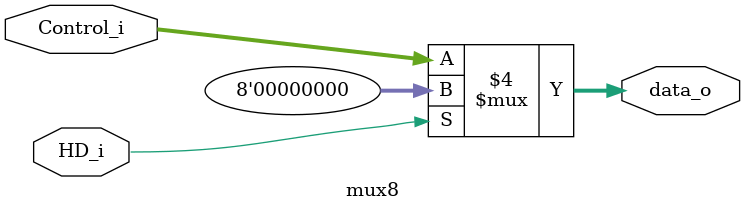
<source format=v>
module mux8(
	HD_i,		
	Control_i,		
	data_o
);

input 				HD_i;
input	[7:0]		Control_i;
output	reg [7:0]	data_o;

always@(HD_i or Control_i)begin
	if(HD_i==1'b1) begin
		data_o = 8'b0;
	end
	else begin 
		data_o = Control_i;
	end
end

endmodule

</source>
